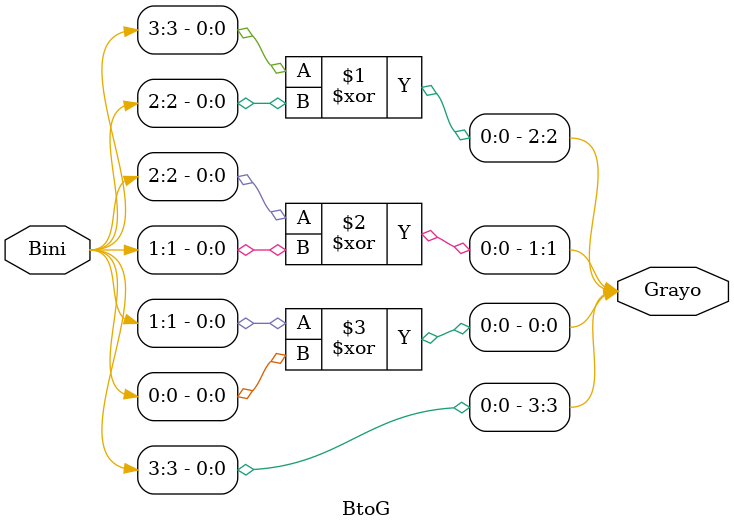
<source format=sv>


module BtoG
  ( input [3:0] Bini,
   output reg[3:0] Grayo
  );
  parameter length = 4;
  assign Grayo[3] = Bini[3];
  
  genvar i;
  for(i= length-2;i>=0;i=i-1)
    assign Grayo[i] = Bini[i+1] ^ Bini[i];
  
endmodule
  


</source>
